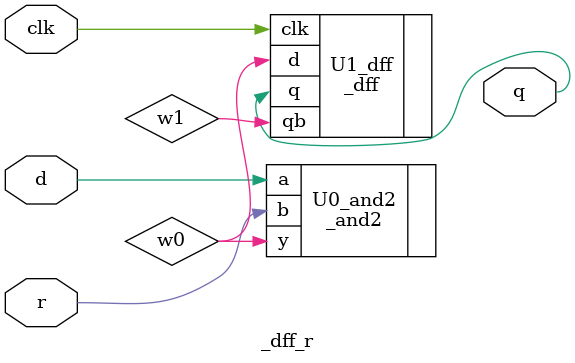
<source format=v>
module _dff_r(clk,r,d,q); // Resettable D flip-flop
	input clk,r,d;				// active-low
	output q;
	wire w0,w1;
	
	_and2 U0_and2(.a(d),.b(r),.y(w0));	//reset signal
	_dff U1_dff(.clk(clk),.d(w0),.q(q),.qb(w1));
	
endmodule
</source>
